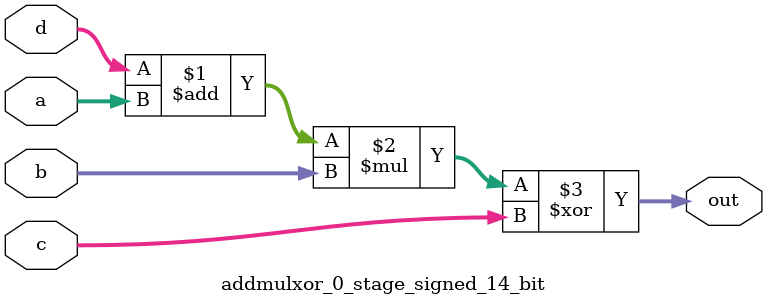
<source format=sv>
(* use_dsp = "yes" *) module addmulxor_0_stage_signed_14_bit(
	input signed [13:0] a,
	input signed [13:0] b,
	input signed [13:0] c,
	input signed [13:0] d,
	output [13:0] out
	);

	assign out = ((d + a) * b) ^ c;
endmodule

</source>
